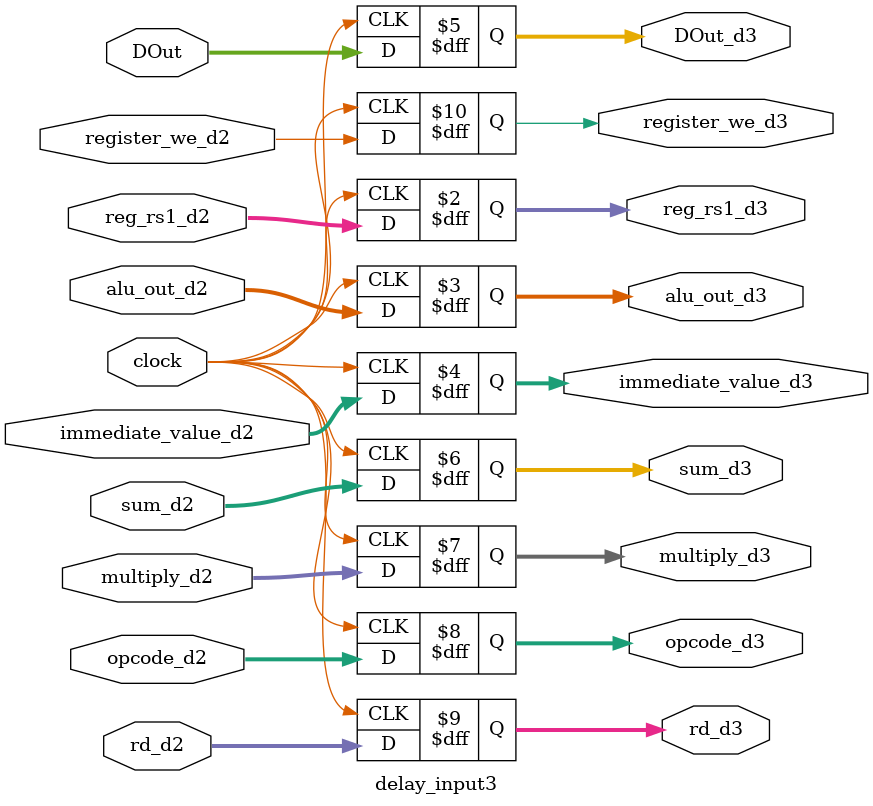
<source format=v>
module delay_input3(clock,multiply_d2,sum_d2,reg_rs1_d2,alu_out_d2,immediate_value_d2,opcode_d2,register_we_d2,rd_d2,DOut,reg_rs1_d3,alu_out_d3,immediate_value_d3,opcode_d3,rd_d3,register_we_d3,DOut_d3,sum_d3,multiply_d3);

output reg[31:0] reg_rs1_d3,alu_out_d3,immediate_value_d3, DOut_d3,sum_d3,multiply_d3;
output reg[5:0] opcode_d3;
output reg[4:0] rd_d3;
output reg register_we_d3;

input [31:0] reg_rs1_d2,alu_out_d2,immediate_value_d2, DOut,sum_d2,multiply_d2;
input [5:0] opcode_d2;
input [4:0] rd_d2;
input register_we_d2,clock;

always@(posedge clock)
begin

reg_rs1_d3 <= reg_rs1_d2;
alu_out_d3 <= alu_out_d2;
immediate_value_d3 <= immediate_value_d2;
DOut_d3 <= DOut;
opcode_d3 <= opcode_d2;
rd_d3 <= rd_d2;
register_we_d3 <= register_we_d2;
sum_d3 <= sum_d2;
multiply_d3 <= multiply_d2;
end
endmodule
</source>
